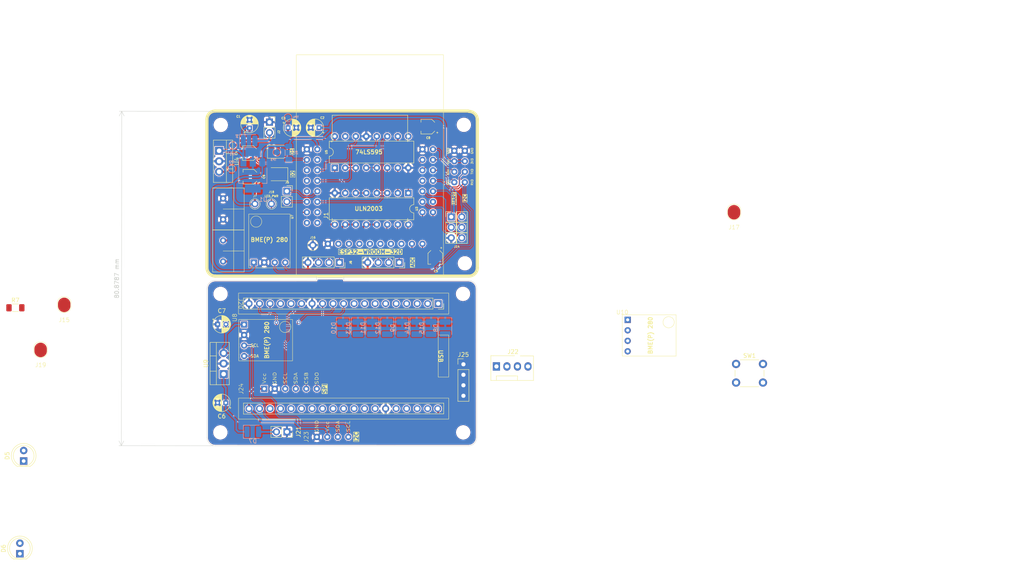
<source format=kicad_pcb>
(kicad_pcb (version 20240108) (generator "pcbnew") (generator_version "8.0")
  (layers (0 "F.Cu" signal) (31 "B.Cu" signal) (34 "B.Paste" user) (35 "F.Paste" user) (36 "B.SilkS" user "B.Silkscreen") (37 "F.SilkS" user "F.Silkscreen") (38 "B.Mask" user) (39 "F.Mask" user) (44 "Edge.Cuts" user))
  (net 0 "")
  (net 1 "GND")
  (net 2 "+3V3")
  (net 3 "+5V")
  (net 4 "/RXD")
  (net 5 "/TXD")
  (net 6 "/SDA")
  (net 7 "/GPIO_33")
  (net 8 "/SCL")
  (net 9 "/OUT3")
  (net 10 "/EN")
  (net 11 "/SOURCE2")
  (net 12 "/SOURCE1")
  (net 13 "/SOURCE3")
  (net 14 "/VDC")
  (net 15 "/DAC1")
  (net 16 "/DAC2")
  (net 17 "/GPIO39")
  (net 18 "/GPIO19")
  (net 19 "/GPIO17")
  (net 20 "/GPIO5")
  (net 21 "/GPIO18")
  (net 22 "/SD_DATA0")
  (net 23 "/ADC2_CH3")
  (net 24 "/SD_DATA3")
  (net 25 "/SD_CMD")
  (net 26 "/SD_CLK")
  (net 27 "/SD_DATA2")
  (net 28 "/SD_DATA1")
  (net 29 "/ADC2_CH0")
  (net 30 "/GPIO23")
  (net 31 "/GPIO36")
  (net 32 "/ADC2_CH2")
  (net 33 "/BOOT")
  (net 34 "/GPIO13")
  (net 35 "/SOURCE4")
  (net 36 "/SOURCE5")
  (net 37 "/SIPO_DATA")
  (net 38 "/SIPO_CLK")
  (net 40 "/SIPO_LATCH")
  (net 41 "/GPIO14")
  (net 43 "/I3")
  (net 44 "/I6")
  (net 45 "/I7")
  (net 46 "/I5")
  (net 47 "/OUT1")
  (net 48 "/VIN")
  (net 49 "/I1")
  (net 52 "Net-(D5-Pad1)")
  (net 53 "Net-(J15-Pin_1)")
  (net 54 "Net-(J19-Pin_1)")
  (net 55 "/OUT2")
  (net 67 "/RX")
  (net 72 "/TX")
  (net 83 "/SCL-2")
  (net 84 "/SDA-2")
  (net 87 "/12V")
  (net 89 "/QB-2")
  (net 90 "/QC-2")
  (net 91 "/QE-2")
  (net 92 "/QA-2")
  (net 93 "/QD-2")
  (net 94 "/QG-2")
  (net 95 "/QH-2")
  (net 96 "/QF-2")
  (net 98 "/SPI-SDO")
  (net 99 "/SPI-CSB")
  (net 100 "/SPI-SCL")
  (net 101 "/SPI-SDA")
  (net 102 "/D23")
  (net 103 "/D18")
  (footprint "Capacitor_THT:CP_Radial_D4.0mm_P2.00mm" (layer "F.Cu") (at 107 44.2 180)
    (property "Reference" "C2")
    (property "Value" "1uF")
  )
  (footprint "LED_SMD:LED_1210_3225Metric_Pad1.42x2.65mm_HandSolder" (layer "F.Cu") (at 97 55.45 180)
    (property "Reference" "D2")
    (property "Value" "STATUS")
  )
  (footprint "Capacitor_SMD:CP_Elec_3x5.3" (layer "F.Cu") (at 90.3 50.35 180)
    (property "Reference" "C4")
    (property "Value" "0.1uF")
  )
  (footprint "Resistor_SMD:R_1206_3216Metric_Pad1.30x1.75mm_HandSolder" (layer "F.Cu") (at 33.612 87.7585)
    (property "Reference" "R7")
    (property "Value" "4K7")
  )
  (footprint "LED_THT:LED_D5.0mm" (layer "F.Cu") (at 34.7 147.25 90)
    (property "Reference" "D6")
    (property "Value" "LED_STATUS")
  )
  (footprint "Button_Switch_THT:SW_PUSH_6mm" (layer "F.Cu") (at 207.8 101.35)
    (property "Reference" "SW1")
    (property "Value" "SW_Push")
  )
  (footprint "Connector:FanPinHeader_1x04_P2.54mm_Vertical" (layer "F.Cu") (at 149.88 101.95)
    (property "Reference" "J22")
    (property "Value" "Conn_01x04_Pin")
  )
  (footprint "Alexander Footprint Library:Pad_1x01_P2.54_SMD" (layer "F.Cu") (at 39.712 102.098)
    (property "Reference" "J19")
    (property "Value" "LED_PWR")
  )
  (footprint "Alexanddr Footprints Library:ESP32-WROOM-Adapter-Socket-2" (layer "F.Cu") (at 119.3 57.04)
    (property "Reference" "J1")
    (property "Value" "~")
  )
  (footprint "Alexander Footprint Library:Pad_1x01_P2.54_SMD" (layer "F.Cu") (at 45.412 91.198)
    (property "Reference" "J15")
    (property "Value" "LED_PWR")
  )
  (footprint "MountingHole:MountingHole_3mm" (layer "F.Cu") (at 142 43.5)
    (property "Reference" "H1" (hide yes))
    (property "Value" "MountingHole_Pad")
  )
  (footprint "Connector_PinSocket_2.54mm:PinSocket_1x02_P2.54mm_Vertical" (layer "F.Cu") (at 99.25 117.775 -90)
    (property "Reference" "J21")
    (property "Value" "PWR")
  )
  (footprint "MountingHole:MountingHole_3mm" (layer "F.Cu") (at 83.25 43.53)
    (property "Reference" "H2" (hide yes))
    (property "Value" "MountingHole_Pad")
  )
  (footprint "Package_DIP:DIP-16_W7.62mm" (layer "F.Cu") (at 128.58 60 -90)
    (property "Reference" "U3")
    (property "Value" "ULN2003")
  )
  (footprint "Alexander Footprints Library:Conn_Terminal_5mm" (layer "F.Cu") (at 83.82 53.69)
    (property "Reference" "J9" (hide yes))
    (property "Value" "Conn_01x02_Socket")
  )
  (footprint "Alexander Footprint Library:Pad_1x01_P2.54_SMD" (layer "F.Cu") (at 207.3 68.7895)
    (property "Reference" "J17")
    (property "Value" "GND")
  )
  (footprint "MountingHole:MountingHole_3mm" (layer "F.Cu") (at 141.85 117.9)
    (property "Reference" "H4" (hide yes))
    (property "Value" "MountingHole_Pad")
  )
  (footprint "Capacitor_THT:CP_Radial_D4.0mm_P2.00mm" (layer "F.Cu") (at 82.5 91.75)
    (property "Reference" "C7")
    (property "Value" "1uF")
  )
  (footprint "Capacitor_SMD:CP_Elec_3x5.3" (layer "F.Cu") (at 90.4 56.05 180)
    (property "Reference" "C9")
    (property "Value" "0.1uF")
  )
  (footprint "Package_DIP:DIP-16_W7.62mm" (layer "F.Cu") (at 110.8 53.9 90)
    (property "Reference" "U5")
    (property "Value" "74LS595")
  )
  (footprint "Alexander Footprint Library:PinSocket_1x01_P2.54" (layer "F.Cu") (at 91.5 65.19)
    (property "Reference" "J7")
    (property "Value" "LED_PWR")
  )
  (footprint "Alexander Footprint Library:Conn_SPI" (layer "F.Cu") (at 88.68 107.35 90)
    (property "Reference" "J24")
    (property "Value" "~")
  )
  (footprint "Connector_PinSocket_2.54mm:PinSocket_1x02_P2.54mm_Vertical" (layer "F.Cu") (at 95.025 42.85)
    (property "Reference" "J2")
    (property "Value" "PWR")
  )
  (footprint "Connector_PinSocket_2.54mm:PinSocket_1x04_P2.54mm_Vertical" (layer "F.Cu") (at 111.94 76.8 -90)
    (property "Reference" "J6")
    (property "Value" "SOURCE")
  )
  (footprint "MountingHole:MountingHole_3mm" (layer "F.Cu") (at 83.15 117.9)
    (property "Reference" "H4" (hide yes))
    (property "Value" "MountingHole_Pad")
  )
  (footprint "Connector_PinSocket_2.54mm:PinSocket_1x04_P2.54mm_Vertical" (layer "F.Cu") (at 126.38 76.8 -90)
    (property "Reference" "J10" (hide yes))
    (property "Value" "ADC")
  )
  (footprint "Capacitor_SMD:CP_Elec_3x5.3" (layer "F.Cu") (at 135.1 75.45 -90)
    (property "Reference" "C5")
    (property "Value" "0.1uF")
  )
  (footprint "MountingHole:MountingHole_3mm" (layer "F.Cu") (at 141.8 84.4)
    (property "Reference" "H4" (hide yes))
    (property "Value" "MountingHole_Pad")
  )
  (footprint "Capacitor_THT:CP_Radial_D4.0mm_P2.00mm" (layer "F.Cu") (at 99.5 44.2)
    (property "Reference" "C3")
    (property "Value" "1uF")
  )
  (footprint "Alexander Footprint Library:Conn_ESP32_WROOM-DevKit-38pins" (layer "F.Cu") (at 87.54 86.75 -90)
    (property "Reference" "J20")
    (property "Value" "~")
  )
  (footprint "Capacitor_SMD:CP_Elec_3x5.3" (layer "F.Cu") (at 133.4 43.95 180)
    (property "Reference" "C8")
    (property "Value" "10uF")
  )
  (footprint "Alexander Footprint Library:LD1117" (layer "F.Cu") (at 83.945 103.79 90)
    (property "Reference" "U9")
    (property "Value" "L7805")
  )
  (footprint "Alexander Footprint Library:PinSocket_1x01_P2.54" (layer "F.Cu") (at 95.5 65.19)
    (property "Reference" "J18")
    (property "Value" "LED_PWR")
  )
  (footprint "Alexander Footprint Library:Conn_I2C" (layer "F.Cu") (at 98.84 119 90)
    (property "Reference" "J23")
    (property "Value" "I2C")
  )
  (footprint "Capacitor_THT:CP_Radial_D4.0mm_P2.00mm" (layer "F.Cu") (at 84.4726 110.75 180)
    (property "Reference" "C6")
    (property "Value" "1uF")
  )
  (footprint "Alexander Footprint Library:BME280_BMP280_I2C" (layer "F.Cu") (at 180.3 89.45)
    (property "Reference" "U10")
    (property "Value" "BME(P)280")
  )
  (footprint "MountingHole:MountingHole_3mm" (layer "F.Cu") (at 83.2 84.4)
    (property "Reference" "H4" (hide yes))
    (property "Value" "MountingHole_Pad")
  )
  (footprint "Connector_PinSocket_2.54mm:PinSocket_1x02_P2.54mm_Vertical" (layer "F.Cu") (at 99.225 59.55)
    (property "Reference" "J5")
    (property "Value" "DAC")
  )
  (footprint "Connector_PinHeader_2.54mm:PinHeader_1x04_P2.54mm_Vertical" (layer "F.Cu") (at 141.9 101.43)
    (property "Reference" "J25")
    (property "Value" "PWR_SATA_Conn_01x04")
  )
  (footprint "Alexander Footprint Library:CONN_2x3" (layer "F.Cu") (at 138.96 60.68)
    (property "Reference" "J14")
    (property "Value" "GPIO")
  )
  (footprint "Alexander Footprints Library:Conn_UART" (layer "F.Cu") (at 139.7 42.15)
    (property "Reference" "J3" (hide yes))
    (property "Value" "UART")
  )
  (footprint "Alexander Footprint Library:PinSocket_1x01_P2.54" (layer "F.Cu") (at 105.5 75.19)
    (property "Reference" "J16")
    (property "Value" "GND")
  )
  (footprint "Capacitor_THT:CP_Radial_D4.0mm_P2.00mm" (layer "F.Cu") (at 90.2 44.3 90)
    (property "Reference" "C1")
    (property "Value" "1uF")
  )
  (footprint "Alexander Footprint Library:BME280_BMP280_I2C" (layer "F.Cu") (at 90 78.1 90)
    (property "Reference" "U7")
    (property "Value" "BME(P)280")
  )
  (footprint "Alexander Footprint Library:LD1117" (layer "F.Cu") (at 82.855 49.77 -90)
    (property "Reference" "U4")
    (property "Value" "L7805")
  )
  (footprint "Alexander Footprints Library:Conn_I2C" (layer "F.Cu") (at 142.24 42.15)
    (property "Reference" "J4" (hide yes))
    (property "Value" "I2C")
  )
  (footprint "LED_THT:LED_D5.0mm" (layer "F.Cu") (at 35.612 124.8335 90)
    (property "Reference" "D5")
    (property "Value" "LED_PWR")
  )
  (footprint "Alexander Footprint Library:BME280_BMP280_I2C" (layer "F.Cu") (at 87.6 90.59)
    (property "Reference" "U8")
    (property "Value" "BME(P)280")
  )
  (footprint "LED_SMD:LED_1210_3225Metric_Pad1.42x2.65mm_HandSolder" (layer "F.Cu") (at 97 50)
    (property "Reference" "D1")
    (property "Value" "PWR")
  )
  (footprint "MountingHole:MountingHole_3mm" (layer "F.Cu") (at 142.25 77)
    (property "Reference" "H4" (hide yes))
    (property "Value" "MountingHole_Pad")
  )
  (footprint "Alexander Footprints Library:Conn_Terminal_5mm" (layer "F.Cu") (at 83.82 63.85)
    (property "Reference" "J8" (hide yes))
    (property "Value" "Conn_01x02_Socket")
  )
  (footprint "TestPoint:TestPoint_Pad_D1.5mm" (layer "B.Cu") (at 99.5 41.75 180)
    (property "Reference" "TP4")
    (property "Value" "5V")
  )
  (footprint "LED_SMD:LED_1210_3225Metric_Pad1.42x2.65mm_HandSolder" (layer "B.Cu") (at 127.1 92.65 -90)
    (property "Reference" "D9")
    (property "Value" "PWR")
  )
  (footprint "TestPoint:TestPoint_Pad_D1.5mm" (layer "B.Cu") (at 96.8 50.15 180)
    (property "Reference" "TP3")
    (property "Value" "3V3")
  )
  (footprint "LED_SMD:LED_1210_3225Metric_Pad1.42x2.65mm_HandSolder" (layer "B.Cu") (at 119.9 92.65 -90)
    (property "Reference" "D11")
    (property "Value" "PWR")
  )
  (footprint "Diode_SMD:D_1210_3225Metric" (layer "B.Cu") (at 91 117.75)
    (property "Reference" "D7")
    (property "Value" "D")
  )
  (footprint "LED_SMD:LED_1210_3225Metric_Pad1.42x2.65mm_HandSolder" (layer "B.Cu") (at 134.1 92.65 -90)
    (property "Reference" "D15")
    (property "Value" "PWR")
  )
  (footprint "Resistor_SMD:R_1206_3216Metric_Pad1.30x1.75mm_HandSolder" (layer "B.Cu") (at 99.7 50.25 -90)
    (property "Reference" "R1")
    (property "Value" "10K")
  )
  (footprint "Diode_SMD:D_1210_3225Metric" (layer "B.Cu") (at 90.1 47.4)
    (property "Reference" "D4")
    (property "Value" "D")
  )
  (footprint "LED_SMD:LED_1210_3225Metric_Pad1.42x2.65mm_HandSolder" (layer "B.Cu") (at 130.6 92.65 -90)
    (property "Reference" "D14")
    (property "Value" "PWR")
  )
  (footprint "TestPoint:TestPoint_Pad_D1.5mm" (layer "B.Cu") (at 86.2 48.45 180)
    (property "Reference" "TP1")
    (property "Value" "VIN")
  )
  (footprint "LED_SMD:LED_1210_3225Metric_Pad1.42x2.65mm_HandSolder" (layer "B.Cu") (at 123.5 92.65 -90)
    (property "Reference" "D12")
    (property "Value" "PWR")
  )
  (footprint "TestPoint:TestPoint_Pad_D1.5mm" (layer "B.Cu") (at 85.9 54.15 180)
    (property "Reference" "TP2")
    (property "Value" "GND")
  )
  (footprint "LED_SMD:LED_1210_3225Metric_Pad1.42x2.65mm_HandSolder" (layer "B.Cu") (at 116.4 92.65 -90)
    (property "Reference" "D13")
    (property "Value" "PWR")
  )
  (footprint "LED_SMD:LED_1210_3225Metric_Pad1.42x2.65mm_HandSolder" (layer "B.Cu") (at 112.8 92.65 -90)
    (property "Reference" "D10")
    (property "Value" "PWR")
  )
  (footprint "Package_TO_SOT_SMD:SOT-223-3_TabPin2" (layer "B.Cu") (at 91 55.75 -90)
    (property "Reference" "U1")
    (property "Value" "MAX1726EUK33")
  )
  (footprint "LED_SMD:LED_1210_3225Metric_Pad1.42x2.65mm_HandSolder" (layer "B.Cu") (at 137.5 92.65 -90)
    (property "Reference" "D8")
    (property "Value" "PWR")
  )
  (gr_line (start 145.25 42.11421) (end 145.25 78.085782) (stroke (width 0.75)) (layer "F.SilkS"))
  (gr_line (start 81.914218 40.164218) (end 143.08579 40.164218) (stroke (width 0.75)) (layer "F.SilkS"))
  (gr_arc (start 145.25 78.085782) (mid 144.66422 79.500007) (end 143.25 80.085782) (stroke (width 0.75)) (layer "F.SilkS"))
  (gr_line (start 79.914218 42.11421) (end 79.914218 78.085782) (stroke (width 0.75)) (layer "F.SilkS"))
  (gr_arc (start 81.914218 80.085782) (mid 80.499999 79.500001) (end 79.914218 78.085782) (stroke (width 0.75)) (layer "F.SilkS"))
  (gr_arc (start 143.25 40.25) (mid 144.664214 40.835786) (end 145.25 42.25) (stroke (width 0.75)) (layer "F.SilkS"))
  (gr_arc (start 79.914218 42.164218) (mid 80.499999 40.749999) (end 81.914218 40.164218) (stroke (width 0.75)) (layer "F.SilkS"))
  (gr_line (start 81.914214 80.085782) (end 143.085786 80.085782) (stroke (width 0.75)) (layer "F.SilkS"))
  (gr_line (start 82.014214 80.235786) (end 106.4 80.25) (stroke (width 0.1)) (layer "Edge.Cuts"))
  (gr_line (start 80 42.25) (end 80.014214 78.235786) (stroke (width 0.1)) (layer "Edge.Cuts"))
  (gr_arc (start 79.921321 83.157107) (mid 80.507106 81.742896) (end 81.921321 81.157107) (stroke (width 0.1)) (layer "Edge.Cuts"))
  (gr_line (start 81.921321 121.128679) (end 143.107107 121.142893) (stroke (width 0.1)) (layer "Edge.Cuts"))
  (gr_arc (start 81.921321 121.128679) (mid 80.507101 120.542899) (end 79.921321 119.128679) (stroke (width 0.1)) (layer "Edge.Cuts"))
  (gr_line (start 143.092893 81.157107) (end 113 81.15) (stroke (width 0.1)) (layer "Edge.Cuts"))
  (gr_arc (start 145.107107 119.142893) (mid 144.521321 120.557107) (end 143.107107 121.142893) (stroke (width 0.1)) (layer "Edge.Cuts"))
  (gr_line (start 106.4 81.15) (end 81.921321 81.157107) (stroke (width 0.1)) (layer "Edge.Cuts"))
  (gr_arc (start 143.185786 40.264214) (mid 144.600004 40.849996) (end 145.185786 42.264214) (stroke (width 0.1)) (layer "Edge.Cuts"))
  (gr_line (start 113 80.25) (end 143.185786 80.235786) (stroke (width 0.1)) (layer "Edge.Cuts"))
  (gr_arc (start 82.014214 80.235786) (mid 80.599996 79.650004) (end 80.014214 78.235786) (stroke (width 0.1)) (layer "Edge.Cuts"))
  (gr_line (start 145.185786 42.264214) (end 145.185786 78.235786) (stroke (width 0.1)) (layer "Edge.Cuts"))
  (gr_arc (start 80 42.25) (mid 80.585786 40.835786) (end 82 40.25) (stroke (width 0.1)) (layer "Edge.Cuts"))
  (gr_line (start 145.107107 119.142893) (end 145.092893 83.157107) (stroke (width 0.1)) (layer "Edge.Cuts"))
  (gr_line (start 79.921321 119.128679) (end 79.921321 83.157107) (stroke (width 0.1)) (layer "Edge.Cuts"))
  (gr_line (start 106.4 81.15) (end 106.4 80.25) (stroke (width 0.1)) (layer "Edge.Cuts"))
  (gr_arc (start 145.185786 78.235786) (mid 144.600004 79.650004) (end 143.185786 80.235786) (stroke (width 0.1)) (layer "Edge.Cuts"))
  (gr_arc (start 143.092893 81.157107) (mid 144.507112 81.742888) (end 145.092893 83.157107) (stroke (width 0.1)) (layer "Edge.Cuts"))
  (gr_line (start 113 81.15) (end 113 80.25) (stroke (width 0.1)) (layer "Edge.Cuts"))
  (gr_line (start 143.185786 40.264214) (end 82 40.25) (stroke (width 0.1)) (layer "Edge.Cuts"))
  (gr_text "SCL" (at 90.4 96.85 0) (layer "F.SilkS") (effects (font (size 0.7 0.7) (thickness 0.125) (bold yes)) (justify left)))
  (gr_text "ADC" (at 130.1 78.05 90) (layer "F.SilkS" knockout) (effects (font (size 0.8 0.8) (thickness 0.2) (bold yes)) (justify left bottom)))
  (gr_text "SDA" (at 90.4 99.45 0) (layer "F.SilkS") (effects (font (size 0.7 0.7) (thickness 0.125) (bold yes)) (justify left)))
  (gr_text "74LS595" (at 119.057143 50.1 0) (layer "F.SilkS") (effects (font (size 1 1) (thickness 0.2) (bold yes))))
  (gr_text "ULN2003" (at 115.5 64.374 0) (layer "F.SilkS") (effects (font (size 1 1) (thickness 0.2) (bold yes)) (justify left bottom)))
  (dimension (type aligned) (layer "Edge.Cuts") (pts (xy 81.921321 121.128679) (xy 82 40.25)) (height -22.6907) (gr_text "80.8787 mm" (at 58.119973 80.666146 89.94426182) (layer "Edge.Cuts") (effects (font (size 1 1) (thickness 0.15)))) (format (prefix "") (suffix "") (units 3) (units_format 1) (precision 4)) (style (thickness 0.1) (arrow_length 1.27) (text_position_mode 0) (extension_height 0.58642) (extension_offset 0.5) keep_text_aligned))
  (segment (start 84.21 66) (end 83.82 66.39) (width 0.5) (layer "F.Cu") (net 1))
  (segment (start 91.5 59.65) (end 91.9 59.25) (width 0.5) (layer "F.Cu") (net 2))
  (segment (start 90.08 108.57) (end 90.08 112.15) (width 0.5) (layer "F.Cu") (net 2))
  (segment (start 139.7 52.31) (end 138.56 52.31) (width 0.25) (layer "F.Cu") (net 2))
  (segment (start 91.3 107.35) (end 90.08 108.57) (width 0.5) (layer "F.Cu") (net 2))
  (segment (start 91.9 59.25) (end 91.9 56.05) (width 0.5) (layer "F.Cu") (net 2))
  (segment (start 137.2 43.95) (end 134.9 43.95) (width 0.25) (layer "F.Cu") (net 2))
  (segment (start 138.56 52.31) (end 137.6 51.35) (width 0.25) (layer "F.Cu") (net 2))
  (segment (start 93.76 107.35) (end 91.3 107.35) (width 0.5) (layer "F.Cu") (net 2))
  (segment (start 91.5 62.62) (end 91.5 59.65) (width 0.5) (layer "F.Cu") (net 2))
  (segment (start 137.6 51.35) (end 137.6 44.35) (width 0.25) (layer "F.Cu") (net 2))
  (segment (start 137.6 44.35) (end 137.2 43.95) (width 0.25) (layer "F.Cu") (net 2))
  (segment (start 96.075 48.7) (end 97.525 48.7) (width 0.5) (layer "B.Cu") (net 2))
  (segment (start 109.408578 44.2) (end 107 44.2) (width 0.5) (layer "B.Cu") (net 2))
  (segment (start 93.21 115.25) (end 101 115.25) (width 0.5) (layer "B.Cu") (net 2))
  (segment (start 81.3 75.997918) (end 81.3 59.75104) (width 0.5) (layer "B.Cu") (net 2))
  (segment (start 93.3 54.905025) (end 93.3 52.6) (width 0.5) (layer "B.Cu") (net 2))
  (segment (start 100 48.7) (end 100 48.03033) (width 0.5) (layer "B.Cu") (net 2))
  (segment (start 139.13 52.31) (end 139.7 52.31) (width 0.5) (layer "B.Cu") (net 2))
  (segment (start 138.156949 51.906949) (end 138.03 51.78) (width 0.5) (layer "B.Cu") (net 2))
  (segment (start 109 117.5) (end 109 119) (width 0.5) (layer "B.Cu") (net 2))
  (segment (start 106.6 48.627817) (end 106.6 49.299791) (width 0.5) (layer "B.Cu") (net 2))
  (segment (start 84.202081 78.9) (end 89.990883 78.9) (width 0.5) (layer "B.Cu") (net 2))
  (segment (start 109.75 45) (end 109.75 44.141421) (width 0.5) (layer "B.Cu") (net 2))
  (segment (start 109.75 43.858578) (end 109.75 44.141421) (width 0.5) (layer "B.Cu") (net 2))
  (segment (start 104.722182 46.75) (end 106.277817 46.75) (width 0.5) (layer "B.Cu") (net 2))
  (segment (start 139.7 52.31) (end 142.24 52.31) (width 0.5) (layer "B.Cu") (net 2))
  (segment (start 137.5 50.500466) (end 137.5 43.883883) (width 0.5) (layer "B.Cu") (net 2))
  (segment (start 88.207106 62.75) (end 91.5 62.75) (width 0.5) (layer "B.Cu") (net 2))
  (segment (start 86.5 61.042893) (end 86.5 57.5) (width 0.5) (layer "B.Cu") (net 2))
  (segment (start 106.277817 46.75) (end 108 46.75) (width 0.5) (layer "B.Cu") (net 2))
  (segment (start 101 115.25) (end 102.5 116.75) (width 0.5) (layer "B.Cu") (net 2))
  (segment (start 91.22 77.670883) (end 91.22 76.8) (width 0.5) (layer "B.Cu") (net 2))
  (segment (start 89.455634 56.1) (end 92.105025 56.1) (width 0.5) (layer "B.Cu") (net 2))
  (segment (start 96.075 48.7) (end 95.177817 48.7) (width 0.5) (layer "B.Cu") (net 2))
  (segment (start 90.11 112.15) (end 93.21 115.25) (width 0.5) (layer "B.Cu") (net 2))
  (segment (start 108.25 116.75) (end 109 117.5) (width 0.5) (layer "B.Cu") (net 2))
  (segment (start 104.722182 46.75) (end 101.28033 46.75) (width 0.5) (layer "B.Cu") (net 2))
  (segment (start 108 46.75) (end 109.75 45) (width 0.5) (layer "B.Cu") (net 2))
  (segment (start 96.8 49.425) (end 96.8 50.15) (width 0.25) (layer "B.Cu") (net 2))
  (segment (start 109.75 43.625) (end 109.75 43.858578) (width 0.5) (layer "B.Cu") (net 2))
  (segment (start 110.015165 42.984834) (end 110.5 42.5) (width 0.5) (layer "B.Cu") (net 2))
  (segment (start 93.3 52.6) (end 93.3 50.577817) (width 0.5) (layer "B.Cu") (net 2))
  (segment (start 82.75104 58.3) (end 84.144365 58.3) (width 0.5) (layer "B.Cu") (net 2))
  (segment (start 106.685 49.335) (end 106.77 49.25) (width 0.5) (layer "B.Cu") (net 2))
  (segment (start 102.5 116.75) (end 108.25 116.75) (width 0.5) (layer "B.Cu") (net 2))
  (segment (start 112.31066 41.75) (end 135.366116 41.75) (width 0.5) (layer "B.Cu") (net 2))
  (segment (start 100 48.7) (end 97.525 48.7) (width 0.5) (layer "B.Cu") (net 2))
  (arc (start 136.875 42.375) (mid 137.337567 43.067281) (end 137.5 43.883883) (width 0.5) (layer "B.Cu") (net 2))
  (arc (start 137.5 50.500466) (mid 137.637742 51.192944) (end 138.03 51.78) (width 0.5) (layer "B.Cu") (net 2))
  (arc (start 93.3 54.905025) (mid 93.209037 55.362322) (end 92.95 55.75) (width 0.5) (layer "B.Cu") (net 2))
  (arc (start 86.8 57.2) (mid 85.581584 58.014119) (end 84.144365 58.3) (width 0.5) (layer "B.Cu") (net 2))
  (arc (start 106.6 49.299791) (mid 106.630737 49.345793) (end 106.685 49.335) (width 0.5) (layer "B.Cu") (net 2))
  (arc (start 89.455634 56.1) (mid 88.018415 56.38588) (end 86.8 57.2) (width 0.5) (layer "B.Cu") (net 2))
  (arc (start 86.5 61.042893) (mid 86.629945 61.696174) (end 87 62.25) (width 0.5) (layer "B.Cu") (net 2))
  (arc (start 82.75104 58.3) (mid 82.195751 58.410453) (end 81.725 58.725) (width 0.5) (layer "B.Cu") (net 2))
  (arc (start 92.95 55.75) (mid 92.562322 56.009037) (end 92.105025 56.1) (width 0.5) (layer "B.Cu") (net 2))
  (arc (start 95.177817 48.7) (mid 94.459207 48.84294) (end 93.85 49.25) (width 0.5) (layer "B.Cu") (net 2))
  (arc (start 96.8 49.425) (mid 96.587652 48.912347) (end 96.075 48.7) (width 0.25) (layer "B.Cu") (net 2))
  (arc (start 82.15 78.05) (mid 83.091502 78.679092) (end 84.202081 78.9) (width 0.5) (layer "B.Cu") (net 2))
  (arc (start 110.015165 42.984834) (mid 109.818914 43.278544) (end 109.75 43.625) (width 0.5) (layer "B.Cu") (net 2))
  (arc (start 109.75 44.141421) (mid 109.713838 44.087301) (end 109.65 44.1) (width 0.5) (layer "B.Cu") (net 2))
  (arc (start 136.875 42.375) (mid 136.182718 41.912432) (end 135.366116 41.75) (width 0.5) (layer "B.Cu") (net 2))
  (arc (start 93.85 49.25) (mid 93.44294 49.859207) (end 93.3 50.577817) (width 0.5) (layer "B.Cu") (net 2))
  (arc (start 90.86 78.54) (mid 90.461245 78.806439) (end 89.990883 78.9) (width 0.5) (layer "B.Cu") (net 2))
  (arc (start 109.65 44.1) (mid 109.539234 44.17401) (end 109.408578 44.2) (width 0.5) (layer "B.Cu") (net 2))
  (arc (start 87 62.25) (mid 87.553825 62.620054) (end 88.207106 62.75) (width 0.5) (layer "B.Cu") (net 2))
  (arc (start 81.725 58.725) (mid 81.410453 59.195751) (end 81.3 59.75104) (width 0.5) (layer "B.Cu") (net 2))
  (arc (start 106.05 47.3) (mid 105.440792 46.89294) (end 104.722182 46.75) (width 0.5) (layer "B.Cu") (net 2))
  (arc (start 138.156949 51.906949) (mid 138.603388 52.20525) (end 139.13 52.31) (width 0.5) (layer "B.Cu") (net 2))
  (arc (start 101.28033 46.75) (mid 100.790368 46.847459) (end 100.375 47.125) (width 0.5) (layer "B.Cu") (net 2))
  (arc (start 106.05 47.3) (mid 106.457059 47.909207) (end 106.6 48.627817) (width 0.5) (layer "B.Cu") (net 2))
  (arc (start 106.277817 46.75) (mid 105.980159 46.948888) (end 106.05 47.3) (width 0.5) (layer "B.Cu") (net 2))
  (arc (start 91.22 77.670883) (mid 91.126439 78.141245) (end 90.86 78.54) (width 0.5) (layer "B.Cu") (net 2))
  (arc (start 109.65 44.1) (mid 109.72401 43.989234) (end 109.75 43.858578) (width 0.5) (layer "B.Cu") (net 2))
  (arc (start 112.31066 41.75) (mid 111.330737 41.944918) (end 110.5 42.5) (width 0.5) (layer "B.Cu") (net 2))
  (arc (start 100.375 47.125) (mid 100.097459 47.540368) (end 100 48.03033) (width 0.5) (layer "B.Cu") (net 2))
  (arc (start 81.3 75.997918) (mid 81.520907 77.108496) (end 82.15 78.05) (width 0.5) (layer "B.Cu") (net 2))
  (segment (start 99.5 45.693413) (end 99.5 44.2) (width 0.5) (layer "F.Cu") (net 3))
  (segment (start 87.75 115.25) (end 135.25 115.25) (width 0.5) (layer "F.Cu") (net 3))
  (segment (start 98.6375 46.9625) (end 99.2125 46.3875) (width 0.5) (layer "F.Cu") (net 3))
  (segment (start 83.945 98.71) (end 86.21 98.71) (width 0.5) (layer "F.Cu") (net 3))
  (segment (start 86.75 99.25) (end 86.75 100) (width 0.5) (layer "F.Cu") (net 3))
  (segment (start 126.04 46.28) (end 126.04 48.251906) (width 0.5) (layer "F.Cu") (net 3))
  (segment (start 108.3 49.803553) (end 108.3 65.537329) (width 0.5) (layer "F.Cu") (net 3))
  (segment (start 108.3 49.803553) (end 108.3 49.096446) (width 0.5) (layer "F.Cu") (net 3))
  (segment (start 135.81 114.69) (end 135.81 112.15) (width 0.5) (layer "F.Cu") (net 3))
  (segment (start 110.8 46.28) (end 110.8 48.15) (width 0.5) (layer "F.Cu") (net 3))
  (segment (start 86.75 114.25) (end 87.75 115.25) (width 0.5) (layer "F.Cu") (net 3))
  (segment (start 86.75 100) (end 86.75 114.25) (width 0.5) (layer "F.Cu") (net 3))
  (segment (start 110.8 48.15) (end 110 48.95) (width 0.5) (layer "F.Cu") (net 3))
  (segment (start 88.1 47.25) (end 97.943413 47.25) (width 0.5) (layer "F.Cu") (net 3))
  (segment (start 84.9 54.85) (end 85.4 54.35) (width 0.5) (layer "F.Cu") (net 3))
  (segment (start 126.04 48.251906) (end 125.341906 48.95) (width 0.5) (layer "F.Cu") (net 3))
  (segment (start 85.4 54.35) (end 85.4 49.95) (width 0.5) (layer "F.Cu") (net 3))
  (segment (start 107.608621 46.675) (end 99.331586 46.675) (width 0.5) (layer "F.Cu") (net 3))
  (segment (start 110 48.95) (end 109.153553 48.95) (width 0.5) (layer "F.Cu") (net 3))
  (segment (start 86.21 98.71) (end 86.75 99.25) (width 0.5) (layer "F.Cu") (net 3))
  (segment (start 108.3 49.096446) (end 108.3 47.366378) (width 0.5) (layer "F.Cu") (net 3))
  (segment (start 109.104574 67.204574) (end 108.91 67.01) (width 0.5) (layer "F.Cu") (net 3))
  (segment (start 110.8 46.355) (end 110.725 46.28) (width 0.5) (layer "F.Cu") (net 3))
  (segment (start 135.25 115.25) (end 135.81 114.69) (width 0.5) (layer "F.Cu") (net 3))
  (segment (start 110.1075 67.62) (end 110.695 67.62) (width 0.5) (layer "F.Cu") (net 3))
  (segment (start 82.855 54.85) (end 84.9 54.85) (width 0.5) (layer "F.Cu") (net 3))
  (segment (start 85.4 49.95) (end 88.1 47.25) (width 0.5) (layer "F.Cu") (net 3))
  (segment (start 125.341906 48.95) (end 110 48.95) (width 0.5) (layer "F.Cu") (net 3))
  (arc (start 108.0975 46.8775) (mid 108.247371 47.101799) (end 108.3 47.366378) (width 0.5) (layer "F.Cu") (net 3))
  (arc (start 108.3 65.537329) (mid 108.458533 66.334332) (end 108.91 67.01) (width 0.5) (layer "F.Cu") (net 3))
  (arc (start 97.943413 47.25) (mid 98.31905 47.175281) (end 98.6375 46.9625) (width 0.5) (layer "F.Cu") (net 3))
  (arc (start 99.2125 46.3875) (mid 99.175992 46.571035) (end 99.331586 46.675) (width 0.5) (layer "F.Cu") (net 3))
  (arc (start 108.0975 46.8775) (mid 107.8732 46.727628) (end 107.608621 46.675) (width 0.5) (layer "F.Cu") (net 3))
  (arc (start 109.104574 67.204574) (mid 109.56472 67.512034) (end 110.1075 67.62) (width 0.5) (layer "F.Cu") (net 3))
  (arc (start 108.55 49.2) (mid 108.364972 49.476912) (end 108.3 49.803553) (width 0.5) (layer "F.Cu") (net 3))
  (arc (start 108.3 49.096446) (mid 108.390403 49.231745) (end 108.55 49.2) (width 0.5) (layer "F.Cu") (net 3))
  (arc (start 99.331586 46.675) (mid 98.955949 46.749718) (end 98.6375 46.9625) (width 0.5) (layer "F.Cu") (net 3))
  (arc (start 109.153553 48.95) (mid 108.826912 49.014972) (end 108.55 49.2) (width 0.5) (layer "F.Cu") (net 3))
  (arc (start 99.5 45.693413) (mid 99.425281 46.06905) (end 99.2125 46.3875) (width 0.5) (layer "F.Cu") (net 3))
  (segment (start 83.945 97.305) (end 84.5 96.75) (width 0.5) (layer "B.Cu") (net 3))
  (segment (start 84.5 94.05) (end 84.5 91.75) (width 0.5) (layer "B.Cu") (net 3))
  (segment (start 88.9 91.81) (end 86.74 91.81) (width 0.5) (layer "B.Cu") (net 3))
  (segment (start 83.945 98.71) (end 83.945 97.305) (width 0.5) (layer "B.Cu") (net 3))
  (segment (start 86.74 91.81) (end 84.5 94.05) (width 0.5) (layer "B.Cu") (net 3))
  (segment (start 84.5 96.75) (end 84.5 94.05) (width 0.5) (layer "B.Cu") (net 3))
  (segment (start 99.5 42.25) (end 99.5 44.2) (width 0.25) (layer "B.Cu") (net 3))
  (segment (start 139.7 57.35) (end 139.7 57.39) (width 0.25) (layer "F.Cu") (net 4))
  (segment (start 133.25 53.25) (end 135.6 53.25) (width 0.25) (layer "F.Cu") (net 4))
  (segment (start 135.6 53.25) (end 139.7 57.35) (width 0.25) (layer "F.Cu") (net 4))
  (segment (start 132 54.5) (end 133.25 53.25) (width 0.25) (layer "F.Cu") (net 4))
  (segment (start 140.3 57.45) (end 139.3 57.45) (width 0.25) (layer "F.Cu") (net 4))
  (segment (start 136.61 51.96) (end 134.54 51.96) (width 0.25) (layer "F.Cu") (net 5))
  (segment (start 134.74 51.79) (end 134.62 51.91) (width 0.25) (layer "F.Cu") (net 5))
  (segment (start 139.5 54.85) (end 136.61 51.96) (width 0.25) (layer "F.Cu") (net 5))
  (segment (start 139.7 54.85) (end 139.5 54.85) (width 0.25) (layer "F.Cu") (net 5))
  (segment (start 138.59 58.55) (end 140.4 58.55) (width 0.25) (layer "F.Cu") (net 6))
  (segment (start 136.213604 54.5) (end 138 56.286396) (width 0.25) (layer "F.Cu") (net 6))
  (segment (start 138 57.96) (end 138.59 58.55) (width 0.25) (layer "F.Cu") (net 6))
  (segment (start 140.9 56.19) (end 142.24 54.85) (width 0.25) (layer "F.Cu") (net 6))
  (segment (start 140.9 58.05) (end 140.9 56.19) (width 0.25) (layer "F.Cu") (net 6))
  (segment (start 134.54 54.5) (end 136.213604 54.5) (width 0.25) (layer "F.Cu") (net 6))
  (segment (start 138 56.286396) (end 138 57.96) (width 0.25) (layer "F.Cu") (net 6))
  (segment (start 142.24 54.85) (end 142.24 55.51) (width 0.25) (layer "F.Cu") (net 6))
  (segment (start 140.4 58.55) (end 140.9 58.05) (width 0.25) (layer "F.Cu") (net 6))
  (segment (start 141.79 58.74) (end 141 57.95) (width 0.25) (layer "B.Cu") (net 6))
  (segment (start 140.418198 72.781802) (end 143.281802 72.781802) (width 0.25) (layer "B.Cu") (net 6))
  (segment (start 98.84 76.8) (end 98.84 78.09) (width 0.25) (layer "B.Cu") (net 6))
  (segment (start 143.55 64.45) (end 141.79 62.69) (width 0.25) (layer "B.Cu") (net 6))
  (segment (start 134.55 78.65) (end 140.418198 72.781802) (width 0.25) (layer "B.Cu") (net 6))
  (segment (start 141.79 62.69) (end 141.79 58.74) (width 0.25) (layer "B.Cu") (net 6))
  (segment (start 141 56.09) (end 142.24 54.85) (width 0.25) (layer "B.Cu") (net 6))
  (segment (start 98.84 78.09) (end 99.4 78.65) (width 0.25) (layer "B.Cu") (net 6))
  (segment (start 99.4 78.65) (end 134.55 78.65) (width 0.25) (layer "B.Cu") (net 6))
  (segment (start 143.281802 72.781802) (end 143.55 72.513604) (width 0.25) (layer "B.Cu") (net 6))
  (segment (start 143.55 72.513604) (end 143.55 64.45) (width 0.25) (layer "B.Cu") (net 6))
  (segment (start 141 57.95) (end 141 56.09) (width 0.25) (layer "B.Cu") (net 6))
  (segment (start 103.97 59.53) (end 104.14 59.53) (width 0.25) (layer "F.Cu") (net 7))
  (segment (start 137.55 58.146396) (end 138.403604 59) (width 0.25) (layer "F.Cu") (net 8))
  (segment (start 131.5 55.75) (end 136.75 55.75) (width 0.25) (layer "F.Cu") (net 8))
  (segment (start 140.63 59) (end 142.24 57.39) (width 0.25) (layer "F.Cu") (net 8))
  (segment (start 136.75 55.75) (end 137.55 56.55) (width 0.25) (layer "F.Cu") (net 8))
  (segment (start 137.55 56.55) (end 137.55 58.146396) (width 0.25) (layer "F.Cu") (net 8))
  (segment (start 130.745 54.995) (end 131.5 55.75) (width 0.25) (layer "F.Cu") (net 8))
  (segment (start 130.745 53.245) (end 130.745 54.995) (width 0.25) (layer "F.Cu") (net 8))
  (segment (start 132.08 51.91) (end 130.745 53.245) (width 0.25) (layer "F.Cu") (net 8))
  (segment (start 138.403604 59) (end 140.63 59) (width 0.25) (layer "F.Cu") (net 8))
  (segment (start 143.4 73.3) (end 144 72.7) (width 0.25) (layer "B.Cu") (net 8))
  (segment (start 96.95 79.1) (end 134.8 79.1) (width 0.25) (layer "B.Cu") (net 8))
  (segment (start 96.3 76.8) (end 96.3 78.45) (width 0.25) (layer "B.Cu") (net 8))
  (segment (start 144 72.7) (end 144 64.263604) (width 0.25) (layer "B.Cu") (net 8))
  (segment (start 142.24 62.503604) (end 142.24 57.39) (width 0.25) (layer "B.Cu") (net 8))
  (segment (start 96.3 78.45) (end 96.95 79.1) (width 0.25) (layer "B.Cu") (net 8))
  (segment (start 134.8 79.1) (end 140.6 73.3) (width 0.25) (layer "B.Cu") (net 8))
  (segment (start 144 64.263604) (end 142.24 62.503604) (width 0.25) (layer "B.Cu") (net 8))
  (segment (start 140.6 73.3) (end 143.4 73.3) (width 0.25) (layer "B.Cu") (net 8))
  (segment (start 103.27 52.75) (end 104.06 51.96) (width 0.25) (layer "F.Cu") (net 10))
  (segment (start 91.8 52.25) (end 92.3 52.75) (width 0.25) (layer "F.Cu") (net 10))
  (segment (start 92.3 52.75) (end 103.27 52.75) (width 0.25) (layer "F.Cu") (net 10))
  (segment (start 103.72 52.3) (end 104.06 51.96) (width 0.25) (layer "F.Cu") (net 10))
  (segment (start 91.8 50.35) (end 91.8 52.25) (width 0.25) (layer "F.Cu") (net 10))
  (segment (start 100 51.8) (end 103.9 51.8) (width 0.25) (layer "B.Cu") (net 10))
  (segment (start 103.9 51.8) (end 104.06 51.96) (width 0.25) (layer "B.Cu") (net 10))
  (segment (start 113.235 67.62) (end 115.775 67.62) (width 0.5) (layer "F.Cu") (net 11))
  (segment (start 99 73.1) (end 102.7 69.4) (width 0.5) (layer "F.Cu") (net 11))
  (segment (start 86.37 71.47) (end 88 73.1) (width 0.5) (layer "F.Cu") (net 11))
  (segment (start 102.7 69.4) (end 111.455 69.4) (width 0.5) (layer "F.Cu") (net 11))
  (segment (start 88 73.1) (end 99 73.1) (width 0.5) (layer "F.Cu") (net 11))
  (segment (start 83.82 71.47) (end 86.37 71.47) (width 0.5) (layer "F.Cu") (net 11))
  (segment (start 111.455 69.4) (end 113.235 67.62) (width 0.5) (layer "F.Cu") (net 11))
  (segment (start 86.275 76.55) (end 88.075 74.75) (width 0.5) (layer "F.Cu") (net 12))
  (segment (start 104.4 70.1) (end 115.835 70.1) (width 0.5) (layer "F.Cu") (net 12))
  (segment (start 99.75 74.75) (end 104.4 70.1) (width 0.5) (layer "F.Cu") (net 12))
  (segment (start 118.315 67.62) (end 120.855 67.62) (width 0.5) (layer "F.Cu") (net 12))
  (segment (start 83.82 76.55) (end 86.275 76.55) (width 0.5) (layer "F.Cu") (net 12))
  (segment (start 115.835 70.1) (end 118.315 67.62) (width 0.5) (layer "F.Cu") (net 12))
  (segment (start 88.075 74.75) (end 99.75 74.75) (width 0.5) (layer "F.Cu") (net 12))
  (segment (start 128.475 67.62) (end 128.475 68.825) (width 0.25) (layer "F.Cu") (net 13))
  (segment (start 125.7 72.8) (end 124.55 73.95) (width 0.25) (layer "F.Cu") (net 13))
  (segment (start 111.94 75.26) (end 111.94 76.8) (width 0.25) (layer "F.Cu") (net 13))
  (segment (start 124.55 73.95) (end 118.622792 73.95) (width 0.25) (layer "F.Cu") (net 13))
  (segment (start 128.475 68.825) (end 125.7 71.6) (width 0.25) (layer "F.Cu") (net 13))
  (segment (start 125.7 71.6) (end 125.7 72.8) (width 0.25) (layer "F.Cu") (net 13))
  (segment (start 117.872792 74.7) (end 112.5 74.7) (width 0.25) (layer "F.Cu") (net 13))
  (segment (start 112.5 74.7) (end 111.94 75.26) (width 0.25) (layer "F.Cu") (net 13))
  (segment (start 118.622792 73.95) (end 117.872792 74.7) (width 0.25) (layer "F.Cu") (net 13))
  (segment (start 96.71 117.775) (end 92.425 117.775) (width 0.5) (layer "B.Cu") (net 14))
  (segment (start 92.425 117.775) (end 92.4 117.75) (width 0.5) (layer "B.Cu") (net 14))
  (segment (start 95.025 46.674479) (end 95.025 45.39) (width 0.5) (layer "B.Cu") (net 14))
  (segment (start 94.299479 47.4) (end 91.5 47.4) (width 0.5) (layer "B.Cu") (net 14))
  (arc (start 95.025 46.674479) (mid 94.969773 46.952124) (end 94.8125 47.1875) (width 0.5) (layer "B.Cu") (net 14))
  (arc (start 94.8125 47.1875) (mid 94.577124 47.344773) (end 94.299479 47.4) (width 0.5) (layer "B.Cu") (net 14))
  (segment (start 105.38 60.8) (end 106.6 59.58) (width 0.25) (layer "B.Cu") (net 15))
  (segment (start 99.225 59.55) (end 101.8 59.55) (width 0.25) (layer "B.Cu") (net 15))
  (segment (start 103.05 60.8) (end 105.38 60.8) (width 0.25) (layer "B.Cu") (net 15))
  (segment (start 101.8 59.55) (end 103.05 60.8) (width 0.25) (layer "B.Cu") (net 15))
  (segment (start 99.225 62.09) (end 100.97 62.09) (width 0.25) (layer "B.Cu") (net 16))
  (segment (start 100.97 62.09) (end 101 62.12) (width 0.25) (layer "B.Cu") (net 16))
  (segment (start 104.03 62.09) (end 104.06 62.12) (width 0.25) (layer "B.Cu") (net 16))
  (segment (start 104.06 62.12) (end 101 62.12) (width 0.25) (layer "B.Cu") (net 16))
  (segment (start 141.5 68.3) (end 140.2 67) (width 0.25) (layer "B.Cu") (net 18))
  (segment (start 136.69 56.99) (end 134.62 56.99) (width 0.25) (layer "B.Cu") (net 18))
  (segment (start 140.2 60.5) (end 136.69 56.99) (width 0.25) (layer "B.Cu") (net 18))
  (segment (start 140.2 67) (end 140.2 60.5) (width 0.25) (layer "B.Cu") (net 18))
  (segment (start 141.5 70.84) (end 140.16 69.5) (width 0.25) (layer "B.Cu") (net 19))
  (segment (start 137.7 69.5) (end 137.1 68.9) (width 0.25) (layer "B.Cu") (net 19))
  (segment (start 140.16 69.5) (end 137.7 69.5) (width 0.25) (layer "B.Cu") (net 19))
  (segment (start 137.1 68.9) (end 137.1 63.84) (width 0.25) (layer "B.Cu") (net 19))
  (segment (start 133.41 63.4) (end 132.08 62.07) (width 0.25) (layer "B.Cu") (net 19))
  (segment (start 137.1 63.84) (end 136.66 63.4) (width 0.25) (layer "B.Cu") (net 19))
  (segment (start 136.66 63.4) (end 133.41 63.4) (width 0.25) (layer "B.Cu") (net 19))
  (segment (start 138.96 65.76) (end 138.96 60.61) (width 0.25) (layer "B.Cu") (net 20))
  (segment (start 137.88 59.53) (end 134.62 59.53) (width 0.25) (layer "B.Cu") (net 20))
  (segment (start 138.96 60.61) (end 137.88 59.53) (width 0.25) (layer "B.Cu") (net 20))
  (segment (start 133.35 60.8) (end 132.08 59.53) (width 0.25) (layer "B.Cu") (net 21))
  (segment (start 138.96 68.3) (end 137.6 66.94) (width 0.25) (layer "B.Cu") (net 21))
  (segment (start 136.75 60.8) (end 133.35 60.8) (width 0.25) (layer "B.Cu") (net 21))
  (segment (start 137.6 66.94) (end 137.6 61.65) (width 0.25) (layer "B.Cu") (net 21))
  (segment (start 137.6 61.65) (end 136.75 60.8) (width 0.25) (layer "B.Cu") (net 21))
  (segment (start 128.85 74.05) (end 129.46 73.44) (width 0.25) (layer "F.Cu") (net 23))
  (segment (start 125.722792 74.05) (end 128.85 74.05) (width 0.25) (layer "F.Cu") (net 23))
  (segment (start 129.46 73.44) (end 129.46 72.28) (width 0.25) (layer "F.Cu") (net 23))
  (segment (start 123.84 76.8) (end 123.84 75.56) (width 0.25) (layer "F.Cu") (net 23))
  (segment (start 123.84 75.56) (end 124.55 74.85) (width 0.25) (layer "F.Cu") (net 23))
  (segment (start 124.922792 74.85) (end 125.722792 74.05) (width 0.25) (layer "F.Cu") (net 23))
  (segment (start 124.55 74.85) (end 124.922792 74.85) (width 0.25) (layer "F.Cu") (net 23))
  (segment (start 121.3 75.2) (end 122.1 74.4) (width 0.25) (layer "F.Cu") (net 29))
  (segment (start 124.736396 74.4) (end 125.536396 73.6) (width 0.25) (layer "F.Cu") (net 29))
  (segment (start 125.536396 73.6) (end 127.5 73.6) (width 0.25) (layer "F.Cu") (net 29))
  (segment (start 132 67.2) (end 132 64.66) (width 0.25) (layer "F.Cu") (net 29))
  (segment (start 127.5 73.6) (end 128.2 72.9) (width 0.25) (layer "F.Cu") (net 29))
  (segment (start 128.2 71) (end 132 67.2) (width 0.25) (layer "F.Cu") (net 29))
  (segment (start 122.1 74.4) (end 124.736396 74.4) (width 0.25) (layer "F.Cu") (net 29))
  (segment (start 128.2 72.9) (end 128.2 71) (width 0.25) (layer "F.Cu") (net 29))
  (segment (start 121.3 76.8) (end 121.3 75.2) (width 0.25) (layer "F.Cu") (net 29))
  (segment (start 141.34 60.89) (end 137.95 57.5) (width 0.25) (layer "B.Cu") (net 30))
  (segment (start 136.4 51.7) (end 136.4 49.9) (width 0.25) (layer "B.Cu") (net 30))
  (segment (start 141.34 62.876396) (end 141.34 60.89) (width 0.25) (layer "B.Cu") (net 30))
  (segment (start 137.95 53.25) (end 136.4 51.7) (width 0.25) (layer "B.Cu") (net 30))
  (segment (start 135.1 49.85) (end 134.62 49.37) (width 0.25) (layer "B.Cu") (net 30))
  (segment (start 136.4 49.9) (end 135.92 49.42) (width 0.25) (layer "B.Cu") (net 30))
  (segment (start 135.92 49.42) (end 134.54 49.42) (width 0.25) (layer "B.Cu") (net 30))
  (segment (start 141.5 63.036396) (end 141.34 62.876396) (width 0.25) (layer "B.Cu") (net 30))
  (segment (start 137.95 57.5) (end 137.95 53.25) (width 0.25) (layer "B.Cu") (net 30))
  (segment (start 141.5 65.76) (end 141.5 63.036396) (width 0.25) (layer "B.Cu") (net 30))
  (segment (start 126.38 75.12) (end 127 74.5) (width 0.25) (layer "F.Cu") (net 32))
  (segment (start 132 73.9) (end 132 72.28) (width 0.25) (layer "F.Cu") (net 32))
  (segment (start 127 74.5) (end 131.4 74.5) (width 0.25) (layer "F.Cu") (net 32))
  (segment (start 131.4 74.5) (end 132 73.9) (width 0.25) (layer "F.Cu") (net 32))
  (segment (start 126.38 76.8) (end 126.38 75.12) (width 0.25) (layer "F.Cu") (net 32))
  (segment (start 135.1 66.4) (end 135.1 73.95) (width 0.25) (layer "F.Cu") (net 33))
  (segment (start 134.77 64.89) (end 134.54 64.66) (width 0.25) (layer "F.Cu") (net 33))
  (segment (start 134.54 65.84) (end 135.1 66.4) (width 0.25) (layer "F.Cu") (net 33))
  (segment (start 134.5 64.7) (end 134.54 64.66) (width 0.25) (layer "F.Cu") (net 33))
  (segment (start 134.54 64.66) (end 134.54 65.84) (width 0.25) (layer "F.Cu") (net 33))
  (segment (start 125.935 67.62) (end 125.935 68.865) (width 0.25) (layer "F.Cu") (net 35))
  (segment (start 117.686396 74.25) (end 110.25 74.25) (width 0.25) (layer "F.Cu") (net 35))
  (segment (start 118.436396 73.5) (end 117.686396 74.25) (width 0.25) (layer "F.Cu") (net 35))
  (segment (start 109.4 75.1) (end 109.4 76.8) (width 0.25) (layer "F.Cu") (net 35))
  (segment (start 125.935 68.865) (end 123.2 71.6) (width 0.25) (layer "F.Cu") (net 35))
  (segment (start 123.2 72.7) (end 122.4 73.5) (width 0.25) (layer "F.Cu") (net 35))
  (segment (start 123.2 71.6) (end 123.2 72.7) (width 0.25) (layer "F.Cu") (net 35))
  (segment (start 122.4 73.5) (end 118.436396 73.5) (width 0.25) (layer "F.Cu") (net 35))
  (segment (start 110.25 74.25) (end 109.4 75.1) (width 0.25) (layer "F.Cu") (net 35))
  (segment (start 123.395 69.405) (end 121.9 70.9) (width 0.25) (layer "F.Cu") (net 36))
  (segment (start 118.1 73.2) (end 117.5 73.8) (width 0.25) (layer "F.Cu") (net 36))
  (segment (start 106.86 74.84) (end 106.86 76.8) (width 0.25) (layer "F.Cu") (net 36))
  (segment (start 121.9 70.9) (end 118.7 70.9) (width 0.25) (layer "F.Cu") (net 36))
  (segment (start 118.1 71.5) (end 118.1 73.2) (width 0.25) (layer "F.Cu") (net 36))
  (segment (start 123.395 67.62) (end 123.395 69.405) (width 0.25) (layer "F.Cu") (net 36))
  (segment (start 107.9 73.8) (end 106.86 74.84) (width 0.25) (layer "F.Cu") (net 36))
  (segment (start 118.7 70.9) (end 118.1 71.5) (width 0.25) (layer "F.Cu") (net 36))
  (segment (start 117.5 73.8) (end 107.9 73.8) (width 0.25) (layer "F.Cu") (net 36))
  (segment (start 115.88 47.77) (end 115.35 48.3) (width 0.25) (layer "B.Cu") (net 37))
  (segment (start 114.1 48.95) (end 114.1 51.65) (width 0.25) (layer "B.Cu") (net 37))
  (segment (start 108.5 52.85) (end 108.5 53.9925) (width 0.25) (layer "B.Cu") (net 37))
  (segment (start 115.35 48.3) (end 114.75 48.3) (width 0.25) (layer "B.Cu") (net 37))
  (segment (start 109.1 52.25) (end 108.5 52.85) (width 0.25) (layer "B.Cu") (net 37))
  (segment (start 113.5 52.25) (end 109.1 52.25) (width 0.25) (layer "B.Cu") (net 37))
  (segment (start 115.88 46.28) (end 115.88 47.77) (width 0.25) (layer "B.Cu") (net 37))
  (segment (start 108.5 53.9925) (end 107.9925 54.5) (width 0.25) (layer "B.Cu") (net 37))
  (segment (start 114.75 48.3) (end 114.1 48.95) (width 0.25) (layer "B.Cu") (net 37))
  (segment (start 114.1 51.65) (end 113.5 52.25) (width 0.25) (layer "B.Cu") (net 37))
  (segment (start 107.9925 54.5) (end 106.6 54.5) (width 0.25) (layer "B.Cu") (net 37))
  (segment (start 123.425 46.28) (end 122.25 47.455) (width 0.25) (layer "B.Cu") (net 38))
  (segment (start 121.38 62.12) (end 106.6 62.12) (width 0.25) (layer "B.Cu") (net 38))
  (segment (start 122.25 61.25) (end 121.38 62.12) (width 0.25) (layer "B.Cu") (net 38))
  (segment (start 122.25 47.455) (end 122.25 61.25) (width 0.25) (layer "B.Cu") (net 38))
  (segment (start 120.885 48.165) (end 120.885 46.28) (width 0.25) (layer "B.Cu") (net 40))
  (segment (start 106.6 57.04) (end 113.96 57.04) (width 0.25) (layer "B.Cu") (net 40))
  (segment (start 114.6 49.336396) (end 115.186396 48.75) (width 0.25) (layer "B.Cu") (net 40))
  (segment (start 113.96 57.04) (end 114.6 56.4) (width 0.25) (layer "B.Cu") (net 40))
  (segment (start 114.6 56.4) (end 114.6 49.336396) (width 0.25) (layer "B.Cu") (net 40))
  (segment (start 115.186396 48.75) (end 120.3 48.75) (width 0.25) (layer "B.Cu") (net 40))
  (segment (start 120.3 48.75) (end 120.885 48.165) (width 0.25) (layer "B.Cu") (net 40))
  (segment (start 104.06 64.66) (end 103.2 64.66) (width 0.25) (layer "F.Cu") (net 41))
  (segment (start 103.2 64.66) (end 103.11 64.66) (width 0.25) (layer "F.Cu") (net 41))
  (segment (start 95.5 54.8625) (end 95.5125 54.85) (width 0.25) (layer "F.Cu") (net 41))
  (segment (start 95.5 62.75) (end 95.5 64.15) (width 0.25) (layer "F.Cu") (net 41))
  (segment (start 95.5 55.4625) (end 95.5125 55.45) (width 0.25) (layer "F.Cu") (net 41))
  (segment (start 95.5 62.62) (end 95.5 55.4625) (width 0.25) (layer "F.Cu") (net 41))
  (segment (start 96.01 64.66) (end 103.2 64.66) (width 0.25) (layer "F.Cu") (net 41))
  (segment (start 95.5 64.15) (end 96.01 64.66) (width 0.25) (layer "F.Cu") (net 41))
  (segment (start 126.04 58.29) (end 126.04 60) (width 0.25) (layer "F.Cu") (net 43))
  (segment (start 123.5 53.9) (end 123.5 55.75) (width 0.25) (layer "F.Cu") (net 43))
  (segment (start 123.5 55.75) (end 126.04 58.29) (width 0.25) (layer "F.Cu") (net 43))
  (segment (start 126.04 55.79) (end 128.58 58.33) (width 0.25) (layer "F.Cu") (net 44))
  (segment (start 128.58 58.33) (end 128.58 60) (width 0.25) (layer "F.Cu") (net 44))
  (segment (start 126.04 53.9) (end 126.04 55.79) (width 0.25) (layer "F.Cu") (net 44))
  (segment (start 115.88 60) (end 118.42 60) (width 0.25) (layer "F.Cu") (net 45))
  (segment (start 113.34 53.9) (end 115.88 53.9) (width 0.25) (layer "F.Cu") (net 45))
  (segment (start 115.88 53.9) (end 115.88 60) (width 0.25) (layer "F.Cu") (net 45))
  (segment (start 120.96 53.9) (end 120.96 60) (width 0.25) (layer "F.Cu") (net 46))
  (segment (start 118.42 53.9) (end 120.96 53.9) (width 0.25) (layer "F.Cu") (net 46))
  (segment (start 120.96 60) (end 123.5 60) (width 0.25) (layer "F.Cu") (net 46))
  (segment (start 89.5 46.25) (end 87.71 46.25) (width 0.5) (layer "F.Cu") (net 48))
  (segment (start 87.71 46.25) (end 84.19 49.77) (width 0.5) (layer "F.Cu") (net 48))
  (segment (start 90.2 45.55) (end 89.5 46.25) (width 0.5) (layer "F.Cu") (net 48))
  (segment (start 84.19 49.77) (end 82.855 49.77) (width 0.5) (layer "F.Cu") (net 48))
  (segment (start 90.2 44.3) (end 90.2 45.55) (width 0.5) (layer "F.Cu") (net 48))
  (segment (start 88.7 50.546446) (end 88.7 51.253553) (width 0.5) (layer "B.Cu") (net 48))
  (segment (start 84.4726 112.4726) (end 84.4726 109.5) (width 0.5) (layer "B.Cu") (net 48))
  (segment (start 88.7 45.153553) (end 88.7 47.4) (width 0.5) (layer "B.Cu") (net 48))
  (segment (start 86.2 49.11) (end 86.2 48.45) (width 0.25) (layer "B.Cu") (net 48))
  (segment (start 88.45 50.65) (end 88.2 50.4) (width 0.5) (layer "B.Cu") (net 48))
  (segment (start 88.7 50.546446) (end 88.7 47.4) (width 0.5) (layer "B.Cu") (net 48))
  (segment (start 84.4726 107.0826) (end 83.945 106.555) (width 0.5) (layer "B.Cu") (net 48))
  (segment (start 83.945 106.555) (end 83.945 103.79) (width 0.5) (layer "B.Cu") (net 48))
  (segment (start 88.45 50.65) (end 88.054368 50.254368) (width 0.5) (layer "B.Cu") (net 48))
  (segment (start 87.5 117.75) (end 87 117.25) (width 0.5) (layer "B.Cu") (net 48))
  (segment (start 89.553553 44.3) (end 90.2 44.3) (width 0.5) (layer "B.Cu") (net 48))
  (segment (start 84.4726 109.5) (end 84.4726 107.0826) (width 0.5) (layer "B.Cu") (net 48))
  (segment (start 88.7 51.253553) (end 88.7 52.6) (width 0.5) (layer "B.Cu") (net 48))
  (segment (start 89.6 117.75) (end 87.5 117.75) (width 0.5) (layer "B.Cu") (net 48))
  (segment (start 87 117.25) (end 87 115) (width 0.5) (layer "B.Cu") (net 48))
  (segment (start 87 115) (end 84.4726 112.4726) (width 0.5) (layer "B.Cu") (net 48))
  (segment (start 86.86 49.77) (end 85.54 49.77) (width 0.5) (layer "B.Cu") (net 48))
  (segment (start 86.885 49.77) (end 86.86 49.77) (width 0.5) (layer "B.Cu") (net 48))
  (segment (start 85.54 49.77) (end 82.855 49.77) (width 0.5) (layer "B.Cu") (net 48))
  (arc (start 89.553553 44.3) (mid 89.226912 44.364972) (end 88.95 44.55) (width 0.5) (layer "B.Cu") (net 48))
  (arc (start 86.2 49.11) (mid 86.393309 49.57669) (end 86.86 49.77) (width 0.25) (layer "B.Cu") (net 48))
  (arc (start 88.7 51.253553) (mid 88.635027 50.926912) (end 88.45 50.65) (width 0.5) (layer "B.Cu") (net 48))
  (arc (start 88.45 50.65) (mid 88.45 50.65) (end 88.45 50.65) (width 0.5) (layer "B.Cu") (net 48))
  (arc (start 88.45 50.65) (mid 88.609596 50.681745) (end 88.7 50.546446) (width 0.5) (layer "B.Cu") (net 48))
  (arc (start 88.054368 50.254368) (mid 87.517857 49.895883) (end 86.885 49.77) (width 0.5) (layer "B.Cu") (net 48))
  (arc (start 88.95 44.55) (mid 88.764972 44.826912) (end 88.7 45.153553) (width 0.5) (layer "B.Cu") (net 48))
  (segment (start 113.34 57.84) (end 113.34 60) (width 0.25) (layer "F.Cu") (net 49))
  (segment (start 110.8 53.9) (end 110.8 55.3) (width 0.25) (layer "F.Cu") (net 49))
  (segment (start 110.8 55.3) (end 113.34 57.84) (width 0.25) (layer "F.Cu") (net 49))
  (segment (start 90.56 96.89) (end 88.9 96.89) (width 0.25) (layer "F.Cu") (net 83))
  (segment (start 92.413604 89.7) (end 90.9 91.213604) (width 0.25) (layer "F.Cu") (net 83))
  (segment (start 95.16 86.75) (end 95.16 89.19) (width 0.25) (layer "F.Cu") (net 83))
  (segment (start 90.9 91.213604) (end 90.9 96.55) (width 0.25) (layer "F.Cu") (net 83))
  (segment (start 95.19 86.75) (end 95.16 86.75) (width 0.25) (layer "F.Cu") (net 83))
  (segment (start 90.9 96.55) (end 90.56 96.89) (width 0.25) (layer "F.Cu") (net 83))
  (segment (start 94.65 89.7) (end 92.413604 89.7) (width 0.25) (layer "F.Cu") (net 83))
  (segment (start 95.16 89.19) (end 94.65 89.7) (width 0.25) (layer "F.Cu") (net 83))
  (segment (start 96.5 110.65) (end 96.5 113.425) (width 0.25) (layer "B.Cu") (net 83))
  (segment (start 96.5 113.425) (end 97.3 114.225) (width 0.25) (layer "B.Cu") (net 83))
  (segment (start 90.54 96.89) (end 90.9 97.25) (width 0.25) (layer "B.Cu") (net 83))
  (segment (start 102.975 115.725) (end 113.175 115.725) (width 0.25) (layer "B.Cu") (net 83))
  (segment (start 88.9 96.89) (end 90.54 96.89) (width 0.25) (layer "B.Cu") (net 83))
  (segment (start 95.4 109.55) (end 96.5 110.65) (width 0.25) (layer "B.Cu") (net 83))
  (segment (start 91.3 109.55) (end 95.4 109.55) (width 0.25) (layer "B.Cu") (net 83))
  (segment (start 97.3 114.225) (end 101.475 114.225) (width 0.25) (layer "B.Cu") (net 83))
  (segment (start 90.9 97.25) (end 90.9 109.15) (width 0.25) (layer "B.Cu") (net 83))
  (segment (start 101.475 114.225) (end 102.975 115.725) (width 0.25) (layer "B.Cu") (net 83))
  (segment (start 114.08 116.63) (end 114.08 119) (width 0.25) (layer "B.Cu") (net 83))
  (segment (start 113.175 115.725) (end 114.08 116.63) (width 0.25) (layer "B.Cu") (net 83))
  (segment (start 90.9 109.15) (end 91.3 109.55) (width 0.25) (layer "B.Cu") (net 83))
  (segment (start 90.6 97.486396) (end 90.6 98.85) (width 0.25) (layer "F.Cu") (net 84))
  (segment (start 90.02 99.43) (end 88.9 99.43) (width 0.25) (layer "F.Cu") (net 84))
  (segment (start 102.81 86.75) (end 99.41 90.15) (width 0.25) (layer "F.Cu") (net 84))
  (segment (start 91.35 91.4) (end 91.35 96.736396) (width 0.25) (layer "F.Cu") (net 84))
  (segment (start 99.41 90.15) (end 92.6 90.15) (width 0.25) (layer "F.Cu") (net 84))
  (segment (start 91.35 96.736396) (end 90.6 97.486396) (width 0.25) (layer "F.Cu") (net 84))
  (segment (start 90.6 98.85) (end 90.02 99.43) (width 0.25) (layer "F.Cu") (net 84))
  (segment (start 92.6 90.15) (end 91.35 91.4) (width 0.25) (layer "F.Cu") (net 84))
  (segment (start 111.54 116.99) (end 111.54 119) (width 0.25) (layer "B.Cu") (net 84))
  (segment (start 93.9 110.75) (end 93.9 113.65) (width 0.25) (layer "B.Cu") (net 84))
  (segment (start 93.9 113.65) (end 94.925 114.675) (width 0.25) (layer "B.Cu") (net 84))
  (segment (start 89.98 99.43) (end 90.42 99.87) (width 0.25) (layer "B.Cu") (net 84))
  (segment (start 102.75 116.175) (end 110.725 116.175) (width 0.25) (layer "B.Cu") (net 84))
  (segment (start 94.925 114.675) (end 101.25 114.675) (width 0.25) (layer "B.Cu") (net 84))
  (segment (start 110.725 116.175) (end 111.54 116.99) (width 0.25) (layer "B.Cu") (net 84))
  (segment (start 90.42 109.37) (end 91.1 110.05) (width 0.25) (layer "B.Cu") (net 84))
  (segment (start 101.25 114.675) (end 102.75 116.175) (width 0.25) (layer "B.Cu") (net 84))
  (segment (start 93.2 110.05) (end 93.9 110.75) (width 0.25) (layer "B.Cu") (net 84))
  (segment (start 91.1 110.05) (end 93.2 110.05) (width 0.25) (layer "B.Cu") (net 84))
  (segment (start 88.9 99.43) (end 89.98 99.43) (width 0.25) (layer "B.Cu") (net 84))
  (segment (start 90.42 99.87) (end 90.42 109.37) (width 0.25) (layer "B.Cu") (net 84))
  (segment (start 97.6 94.85) (end 97.6 93.85) (width 0.25) (layer "F.Cu") (net 98))
  (segment (start 107.86 92.79) (end 107.86 86.75) (width 0.25) (layer "F.Cu") (net 98))
  (segment (start 106.46 103.71) (end 97.6 94.85) (width 0.25) (layer "F.Cu") (net 98))
  (segment (start 106.46 107.35) (end 106.46 103.71) (width 0.25) (layer "F.Cu") (net 98))
  (segment (start 107.3 93.35) (end 107.86 92.79) (width 0.25) (layer "F.Cu") (net 98))
  (segment (start 97.6 93.85) (end 98.1 93.35) (width 0.25) (layer "F.Cu") (net 98))
  (segment (start 98.1 93.35) (end 107.3 93.35) (width 0.25) (layer "F.Cu") (net 98))
  (segment (start 102.1 91.25) (end 101.3 92.05) (width 0.25) (layer "F.Cu") (net 99))
  (segment (start 101.3 92.05) (end 97.8 92.05) (width 0.25) (layer "F.Cu") (net 99))
  (segment (start 97.15 95.036396) (end 103.92 101.806396) (width 0.25) (layer "F.Cu") (net 99))
  (segment (start 97.8 92.05) (end 97.15 92.7) (width 0.25) (layer "F.Cu") (net 99))
  (segment (start 97.15 92.7) (end 97.15 95.036396) (width 0.25) (layer "F.Cu") (net 99))
  (segment (start 103.92 101.806396) (end 103.92 107.35) (width 0.25) (layer "F.Cu") (net 99))
  (via (at 102.1 91.25) (size 0.8) (drill 0.4) (layers "F.Cu" "B.Cu") (net 99))
  (segment (start 104 89.35) (end 112.2 89.35) (width 0.25) (layer "B.Cu") (net 99))
  (segment (start 102.1 91.25) (end 104 89.35) (width 0.25) (layer "B.Cu") (net 99))
  (segment (start 112.2 89.35) (end 112.94 88.61) (width 0.25) (layer "B.Cu") (net 99))
  (segment (start 112.94 88.61) (end 112.94 86.75) (width 0.25) (layer "B.Cu") (net 99))
  (segment (start 98.84 96.11) (end 98.84 107.35) (width 0.25) (layer "B.Cu") (net 100))
  (segment (start 109.8 88.85) (end 100.2 88.85) (width 0.25) (layer "B.Cu") (net 100))
  (segment (start 110.4 86.75) (end 110.4 88.25) (width 0.25) (layer "B.Cu") (net 100))
  (segment (start 100.2 88.85) (end 99.5 89.55) (width 0.25) (layer "B.Cu") (net 100))
  (segment (start 99.5 89.55) (end 99.5 95.45) (width 0.25) (layer "B.Cu") (net 100))
  (segment (start 110.4 88.25) (end 109.8 88.85) (width 0.25) (layer "B.Cu") (net 100))
  (segment (start 99.5 95.45) (end 98.84 96.11) (width 0.25) (layer "B.Cu") (net 100))
  (segment (start 96.7 91.35) (end 96.7 95.222792) (width 0.25) (layer "F.Cu") (net 101))
  (segment (start 96.7 95.222792) (end 101.38 99.902792) (width 0.25) (layer "F.Cu") (net 101))
  (segment (start 101.38 99.902792) (end 101.38 107.35) (width 0.25) (layer "F.Cu") (net 101))
  (via (at 96.7 91.35) (size 0.8) (drill 0.4) (layers "F.Cu" "B.Cu") (net 101))
  (segment (start 96.7 91.35) (end 96.7 89.65) (width 0.25) (layer "B.Cu") (net 101))
  (segment (start 93.1 89.15) (end 92.62 88.67) (width 0.25) (layer "B.Cu") (net 101))
  (segment (start 96.2 89.15) (end 93.1 89.15) (width 0.25) (layer "B.Cu") (net 101))
  (segment (start 92.62 88.67) (end 92.62 86.75) (width 0.25) (layer "B.Cu") (net 101))
  (segment (start 96.7 89.65) (end 96.2 89.15) (width 0.25) (layer "B.Cu") (net 101))
  (zone (net 1) (net_name "GND") (layer "F.Cu") (priority 1) (connect_pads (clearance 0)) (min_thickness 0.25) (fill yes (thermal_gap 0.5) (thermal_bridge_width 0.5))
    (polygon (pts (xy 80 40.25) (xy 80.3 80.35) (xy 145.55 80.35) (xy 145.25 40.25)))
  )
  (zone (net 1) (net_name "GND") (layer "F.Cu") (priority 2) (connect_pads (clearance 0)) (min_thickness 0.25) (fill yes (thermal_gap 0.5) (thermal_bridge_width 0.5))
    (polygon (pts (xy 79.8 121.45) (xy 145.7 121.45) (xy 145.2 80.95) (xy 79.5 80.95)))
  )
  (zone (net 1) (net_name "GND") (layer "B.Cu") (connect_pads (clearance 0)) (min_thickness 0.25) (fill yes (thermal_gap 0.5) (thermal_bridge_width 0.5))
    (polygon (pts (xy 80 40.25) (xy 145.2 40.25) (xy 145.4 80.45) (xy 80.2 80.45)))
  )
  (zone (net 1) (net_name "GND") (layer "B.Cu") (priority 3) (connect_pads (clearance 0)) (min_thickness 0.25) (fill yes (thermal_gap 0.5) (thermal_bridge_width 0.5))
    (polygon (pts (xy 145.6 121.45) (xy 145.2 80.95) (xy 79.5 80.95) (xy 79.7 121.45)))
  )
)
</source>
